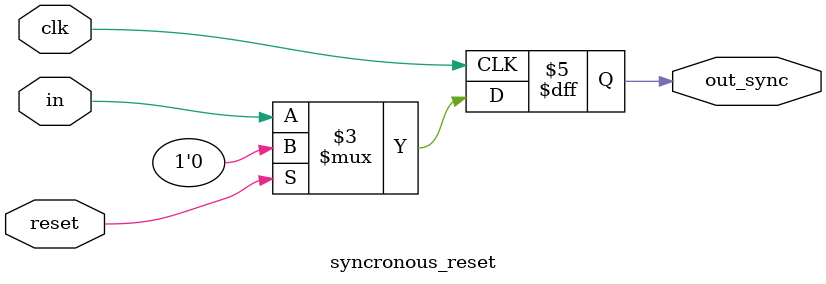
<source format=v>
`timescale 1ns / 1ps


module syncronous_reset(
    input clk,
    input reset,
    input in,
    output reg out_sync
    );
    
    always@(posedge clk)begin
        if(reset)begin
            out_sync <= 1'b0;
        end
        else
            out_sync <= in;
    end
endmodule

</source>
